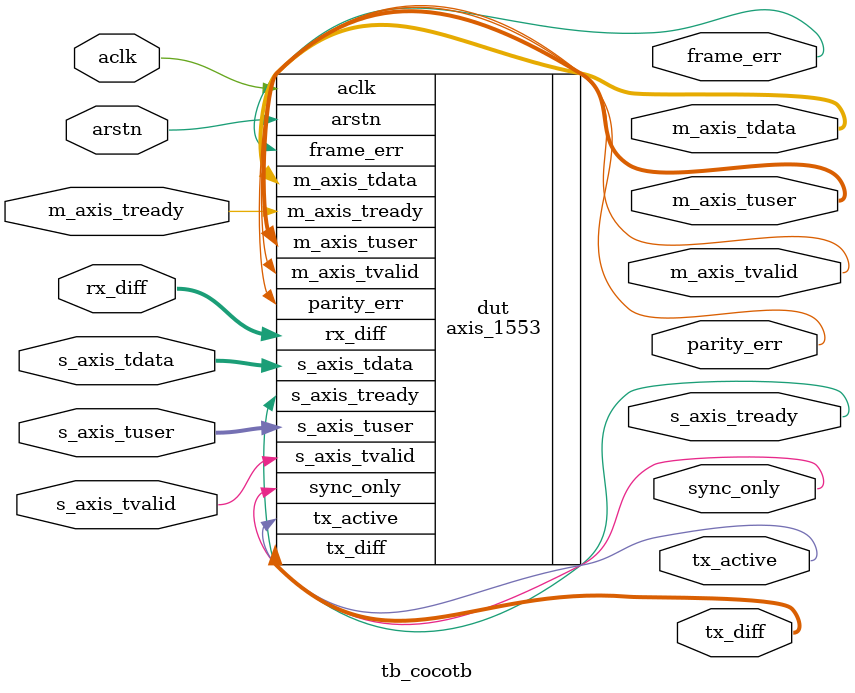
<source format=v>

`timescale 1ns/100ps

/*
 * Module: tb_cocotb
 *
 * Parameters:
 *
 *   CLOCK_SPEED      - This is the aclk frequency in Hz
 *   RX_BAUD_DELAY    - Delay in rx baud enable. This will delay when we sample a bit (default is midpoint when rx delay is 0).
 *   TX_BAUD_DELAY    - Delay in tx baud enable. This will delay the time the bit output starts.
 *
 * Ports:
 *
 *   aclk           - Clock for AXIS
 *   arstn          - Negative reset for AXIS
 *   parity_err     - Indicates error with parity check (active high)
 *   frame_err      - Indicates the diff line went to no diff before data catpure finished.
 *   sync_only      - Indicates only the sync was received and the data is invalid.
 *   tx_active       - Active high indicates transmit
 *   s_axis_tdata   - Input data for UART TX.
 *   s_axis_tuser   - Information about the AXIS data {D,TYY} (3:0)
 *
 *                    Bits explained below:
 *                  --- Code
 *                    - D   = DELAY ENABLED (3)
 *                          - 1 = Make sure there is a delay of 4us
 *                          - 0 = Send out immediatly
 *                    - TYY = TYPE OF DATA  (2:0)
 *                          - 000 = NA
 *                          - 001 = REG (NOT IMPLIMENTED)
 *                          - 010 = DATA
 *                          - 100 = CMD/STATUS
 *                  ---
 *   s_axis_tvalid  - When set active high the input data is valid
 *   s_axis_tready  - When active high the device is ready for input data.
 *   m_axis_tdata   - Output data from UART RX
 *   m_axis_tuser   - Information about the AXIS data {D,TYY} (3:0)
 *
 *                    Bits explained below:
 *                  --- Code
 *                    - D   = DELAY BEFORE DATA (3)
 *                          - 1 = Delay of 4us or more before data
 *                          - 0 = No delay between data
 *                    - TYY = TYPE OF DATA      (2:0)
 *                          - 000 NA
 *                          - 001 REG (NOT IMPLIMENTED)
 *                          - 010 DATA
 *                          - 100 CMD/STATUS
 *                  ---
 *   m_axis_tvalid  - When active high the output data is valid
 *   m_axis_tready  - When set active high the output device is ready for data.
 *   tx_diff        - transmit for 1553 (output to RX)
 *   rx_diff        - receive for 1553 (input from TX)
 */
module tb_cocotb #(
    parameter CLOCK_SPEED   = 2000000,
    parameter RX_BAUD_DELAY = 0,
    parameter TX_BAUD_DELAY = 0
  ) 
  (
    input   wire         aclk,
    input   wire         arstn,
    output  wire         parity_err,
    output  wire         frame_err,
    output  wire         sync_only,
    output  wire         tx_active,
    input   wire [15:0]  s_axis_tdata,
    input   wire [ 3:0]  s_axis_tuser,
    input   wire         s_axis_tvalid,
    output  wire         s_axis_tready,
    output  wire [15:0]  m_axis_tdata,
    output  wire [ 3:0]  m_axis_tuser,
    output  wire         m_axis_tvalid,
    input   wire         m_axis_tready,
    output  wire [ 1:0]  tx_diff,
    input   wire [ 1:0]  rx_diff
  );
  
  // fst dump command
  initial begin
    $dumpfile ("tb_cocotb.fst");
    $dumpvars (0, tb_cocotb);
    #1;
  end
  
  //Group: Instantiated Modules

  /*
   * Module: dut
   *
   * Device under test, axis_1553
   */
  axis_1553 #(
    .CLOCK_SPEED(CLOCK_SPEED),
    .RX_BAUD_DELAY(RX_BAUD_DELAY),
    .TX_BAUD_DELAY(TX_BAUD_DELAY)
  ) dut (
    .aclk(aclk),
    .arstn(arstn),
    .parity_err(parity_err),
    .frame_err(frame_err),
    .sync_only(sync_only),
    .tx_active(tx_active),
    .s_axis_tdata(s_axis_tdata),
    .s_axis_tuser(s_axis_tuser),
    .s_axis_tvalid(s_axis_tvalid),
    .s_axis_tready(s_axis_tready),
    .m_axis_tdata(m_axis_tdata),
    .m_axis_tuser(m_axis_tuser),
    .m_axis_tvalid(m_axis_tvalid),
    .m_axis_tready(m_axis_tready),
    .tx_diff(tx_diff),
    .rx_diff(rx_diff)
  );
  
endmodule


</source>
